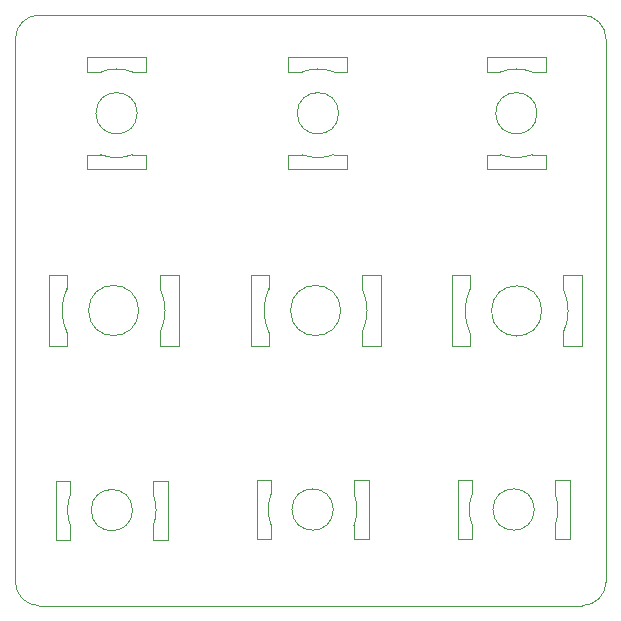
<source format=gbr>
%TF.GenerationSoftware,KiCad,Pcbnew,8.0.0*%
%TF.CreationDate,2024-05-13T09:11:22+02:00*%
%TF.ProjectId,Planar_XFMR,506c616e-6172-45f5-9846-4d522e6b6963,A*%
%TF.SameCoordinates,Original*%
%TF.FileFunction,Profile,NP*%
%FSLAX46Y46*%
G04 Gerber Fmt 4.6, Leading zero omitted, Abs format (unit mm)*
G04 Created by KiCad (PCBNEW 8.0.0) date 2024-05-13 09:11:22*
%MOMM*%
%LPD*%
G01*
G04 APERTURE LIST*
%TA.AperFunction,Profile*%
%ADD10C,0.010000*%
%TD*%
%TA.AperFunction,Profile*%
%ADD11C,0.100000*%
%TD*%
G04 APERTURE END LIST*
D10*
X118250000Y-71000000D02*
X118253553Y-72146447D01*
X118848401Y-58449251D02*
X118850000Y-59600000D01*
X154520900Y-53635500D02*
X152970900Y-53635500D01*
X119500000Y-71000000D02*
X118250000Y-71000000D01*
X136500000Y-70950000D02*
X135250000Y-70950000D01*
X144660900Y-56635500D02*
G75*
G02*
X145071201Y-54789024I4360000J0D01*
G01*
D11*
X108585786Y-81585786D02*
X154585786Y-81585786D01*
X154585786Y-31585786D02*
X108585786Y-31585786D01*
D10*
X134700000Y-44650000D02*
X134700000Y-43400000D01*
X143520900Y-53635500D02*
X145070900Y-53635500D01*
X137500000Y-59600000D02*
X135950000Y-59600000D01*
X111250000Y-76000000D02*
X111250000Y-74850000D01*
X128050000Y-53600000D02*
X128050301Y-54753524D01*
X110540000Y-56600000D02*
G75*
G02*
X110950301Y-54753524I4360000J0D01*
G01*
X129700000Y-35150000D02*
X134700000Y-35150000D01*
X112650000Y-44650000D02*
X117650000Y-44650000D01*
X133950000Y-39900000D02*
G75*
G02*
X130450000Y-39900000I-1750000J0D01*
G01*
X130450000Y-39900000D02*
G75*
G02*
X133950000Y-39900000I1750000J0D01*
G01*
X136500000Y-70950000D02*
X136500000Y-75950000D01*
X134125000Y-56600000D02*
G75*
G02*
X129875000Y-56600000I-2125000J0D01*
G01*
X129875000Y-56600000D02*
G75*
G02*
X134125000Y-56600000I2125000J0D01*
G01*
X152270000Y-75950000D02*
X153520000Y-75950000D01*
X129700000Y-44650000D02*
X134700000Y-44650000D01*
X135250000Y-75950000D02*
X136500000Y-75950000D01*
X136360000Y-56600000D02*
G75*
G02*
X135948401Y-58449251I-4360000J0D01*
G01*
X129700000Y-36400000D02*
X130846447Y-36396447D01*
X153520000Y-70950000D02*
X152270000Y-70950000D01*
X145070900Y-59635500D02*
X145071382Y-58482364D01*
X137500000Y-53600000D02*
X137500000Y-59600000D01*
D11*
X154585786Y-31585786D02*
G75*
G02*
X156585814Y-33585786I14J-2000014D01*
G01*
D10*
X128250000Y-70950000D02*
X127000000Y-70950000D01*
X147650000Y-36400000D02*
G75*
G02*
X150350000Y-36400000I1350000J-3500001D01*
G01*
D11*
X156585786Y-79585786D02*
G75*
G02*
X154585786Y-81585786I-1999986J-14D01*
G01*
D10*
X146500000Y-35150000D02*
X146500000Y-36400000D01*
X110950483Y-58446864D02*
G75*
G02*
X110540001Y-56600000I3949517J1846864D01*
G01*
D11*
X108585786Y-81585786D02*
G75*
G02*
X106585814Y-79585786I14J1999986D01*
G01*
D10*
X110950000Y-59600000D02*
X110950482Y-58446864D01*
X151145900Y-56635500D02*
G75*
G02*
X146895900Y-56635500I-2125000J0D01*
G01*
X146895900Y-56635500D02*
G75*
G02*
X151145900Y-56635500I2125000J0D01*
G01*
X144020000Y-75950000D02*
X145270000Y-75950000D01*
X110000000Y-71000000D02*
X110000000Y-76000000D01*
X150750000Y-39900000D02*
G75*
G02*
X147250000Y-39900000I-1750000J0D01*
G01*
X147250000Y-39900000D02*
G75*
G02*
X150750000Y-39900000I1750000J0D01*
G01*
X119260000Y-56600000D02*
G75*
G02*
X118848401Y-58449251I-4360000J0D01*
G01*
X152273600Y-75946400D02*
X152273553Y-74796447D01*
X151500000Y-43400000D02*
X150350000Y-43400000D01*
X109400000Y-59600000D02*
X109400000Y-53600000D01*
X129700000Y-35150000D02*
X129700000Y-36400000D01*
X145270000Y-74800000D02*
G75*
G02*
X145270000Y-72100000I3500000J1350000D01*
G01*
X153380900Y-56635500D02*
G75*
G02*
X152969301Y-58484751I-4360000J0D01*
G01*
X128250000Y-75950000D02*
X128250000Y-74800000D01*
X143520900Y-59635500D02*
X143520900Y-53635500D01*
X152270000Y-72100000D02*
G75*
G02*
X152270000Y-74800000I-3500000J-1350000D01*
G01*
D11*
X156585786Y-79585786D02*
X156585786Y-33585786D01*
D10*
X137500000Y-53600000D02*
X135950000Y-53600000D01*
X112650000Y-35150000D02*
X117650000Y-35150000D01*
X128050483Y-58446864D02*
G75*
G02*
X127640001Y-56600000I3949517J1846864D01*
G01*
X146500000Y-35150000D02*
X151500000Y-35150000D01*
X116900000Y-39900000D02*
G75*
G02*
X113400000Y-39900000I-1750000J0D01*
G01*
X113400000Y-39900000D02*
G75*
G02*
X116900000Y-39900000I1750000J0D01*
G01*
X133500000Y-73450000D02*
G75*
G02*
X130000000Y-73450000I-1750000J0D01*
G01*
X130000000Y-73450000D02*
G75*
G02*
X133500000Y-73450000I1750000J0D01*
G01*
X145071383Y-58482364D02*
G75*
G02*
X144660901Y-56635500I3949517J1846864D01*
G01*
X127000000Y-75950000D02*
X128250000Y-75950000D01*
X110950000Y-53600000D02*
X110950301Y-54753524D01*
X120400000Y-53600000D02*
X120400000Y-59600000D01*
X154520900Y-53635500D02*
X154520900Y-59635500D01*
X109400000Y-53600000D02*
X110950000Y-53600000D01*
X111250000Y-71000000D02*
X110000000Y-71000000D01*
X118250000Y-76000000D02*
X119500000Y-76000000D01*
X116500000Y-73500000D02*
G75*
G02*
X113000000Y-73500000I-1750000J0D01*
G01*
X113000000Y-73500000D02*
G75*
G02*
X116500000Y-73500000I1750000J0D01*
G01*
X110950000Y-59600000D02*
X109400000Y-59600000D01*
X150350000Y-43400000D02*
G75*
G02*
X147650000Y-43400000I-1350000J3500001D01*
G01*
X127000000Y-70950000D02*
X127000000Y-75950000D01*
X128050000Y-59600000D02*
X126500000Y-59600000D01*
X111250000Y-74850000D02*
G75*
G02*
X111250000Y-72150000I3500000J1350000D01*
G01*
X152969301Y-58484751D02*
X152970900Y-59635500D01*
X135948400Y-54750749D02*
G75*
G02*
X136359999Y-56600000I-3948400J-1849251D01*
G01*
X127640000Y-56600000D02*
G75*
G02*
X128050301Y-54753524I4360000J0D01*
G01*
X119500000Y-71000000D02*
X119500000Y-76000000D01*
X113800000Y-36400000D02*
G75*
G02*
X116500000Y-36400000I1350000J-3500001D01*
G01*
X128250000Y-70950000D02*
X128250000Y-72100000D01*
X117650000Y-36400000D02*
X117650000Y-35150000D01*
X152270000Y-70950000D02*
X152273553Y-72096447D01*
X112650000Y-36400000D02*
X113796447Y-36396447D01*
X134700000Y-43400000D02*
X133550000Y-43400000D01*
X130850000Y-36400000D02*
G75*
G02*
X133550000Y-36400000I1350000J-3500001D01*
G01*
X126500000Y-53600000D02*
X128050000Y-53600000D01*
X112650000Y-43400000D02*
X112650000Y-44650000D01*
X117650000Y-43400000D02*
X116500000Y-43400000D01*
X128250000Y-74800000D02*
G75*
G02*
X128250000Y-72100000I3500000J1350000D01*
G01*
X117646400Y-36396400D02*
X116496447Y-36396447D01*
D11*
X106585786Y-33585786D02*
X106585786Y-79585786D01*
D10*
X145270000Y-70950000D02*
X145270000Y-72100000D01*
X118850000Y-53600000D02*
X118848401Y-54750749D01*
X133550000Y-43400000D02*
G75*
G02*
X130850000Y-43400000I-1350000J3500001D01*
G01*
X129700000Y-43400000D02*
X129700000Y-44650000D01*
X110000000Y-76000000D02*
X111250000Y-76000000D01*
X135253600Y-75946400D02*
X135253553Y-74796447D01*
D11*
X106585786Y-33585786D02*
G75*
G02*
X108585786Y-31585786I2000014J-14D01*
G01*
D10*
X118848400Y-54750749D02*
G75*
G02*
X119259999Y-56600000I-3948400J-1849251D01*
G01*
X134700000Y-36400000D02*
X134700000Y-35150000D01*
X145070900Y-59635500D02*
X143520900Y-59635500D01*
X112650000Y-43400000D02*
X113800000Y-43400000D01*
X146500000Y-36400000D02*
X147646447Y-36396447D01*
X144020000Y-70950000D02*
X144020000Y-75950000D01*
X152969300Y-54786249D02*
G75*
G02*
X153380899Y-56635500I-3948400J-1849251D01*
G01*
X117025000Y-56600000D02*
G75*
G02*
X112775000Y-56600000I-2125000J0D01*
G01*
X112775000Y-56600000D02*
G75*
G02*
X117025000Y-56600000I2125000J0D01*
G01*
X128050000Y-59600000D02*
X128050482Y-58446864D01*
X146500000Y-44650000D02*
X151500000Y-44650000D01*
X145070900Y-53635500D02*
X145071201Y-54789024D01*
X146500000Y-43400000D02*
X146500000Y-44650000D01*
X135948401Y-58449251D02*
X135950000Y-59600000D01*
X116500000Y-43400000D02*
G75*
G02*
X113800000Y-43400000I-1350000J3500001D01*
G01*
X120400000Y-53600000D02*
X118850000Y-53600000D01*
X146500000Y-43400000D02*
X147650000Y-43400000D01*
X151500000Y-44650000D02*
X151500000Y-43400000D01*
X134696400Y-36396400D02*
X133546447Y-36396447D01*
X118253600Y-75996400D02*
X118253553Y-74846447D01*
X135950000Y-53600000D02*
X135948401Y-54750749D01*
X153520000Y-70950000D02*
X153520000Y-75950000D01*
X120400000Y-59600000D02*
X118850000Y-59600000D01*
X154520900Y-59635500D02*
X152970900Y-59635500D01*
X126500000Y-59600000D02*
X126500000Y-53600000D01*
X112650000Y-35150000D02*
X112650000Y-36400000D01*
X151500000Y-36400000D02*
X151500000Y-35150000D01*
X145270000Y-70950000D02*
X144020000Y-70950000D01*
X145270000Y-75950000D02*
X145270000Y-74800000D01*
X150520000Y-73450000D02*
G75*
G02*
X147020000Y-73450000I-1750000J0D01*
G01*
X147020000Y-73450000D02*
G75*
G02*
X150520000Y-73450000I1750000J0D01*
G01*
X135250000Y-70950000D02*
X135253553Y-72096447D01*
X118250000Y-72150000D02*
G75*
G02*
X118250000Y-74850000I-3500000J-1350000D01*
G01*
X111250000Y-71000000D02*
X111250000Y-72150000D01*
X152970900Y-53635500D02*
X152969301Y-54786249D01*
X151496400Y-36396400D02*
X150346447Y-36396447D01*
X129700000Y-43400000D02*
X130850000Y-43400000D01*
X135250000Y-72100000D02*
G75*
G02*
X135250000Y-74800000I-3500000J-1350000D01*
G01*
X117650000Y-44650000D02*
X117650000Y-43400000D01*
M02*

</source>
